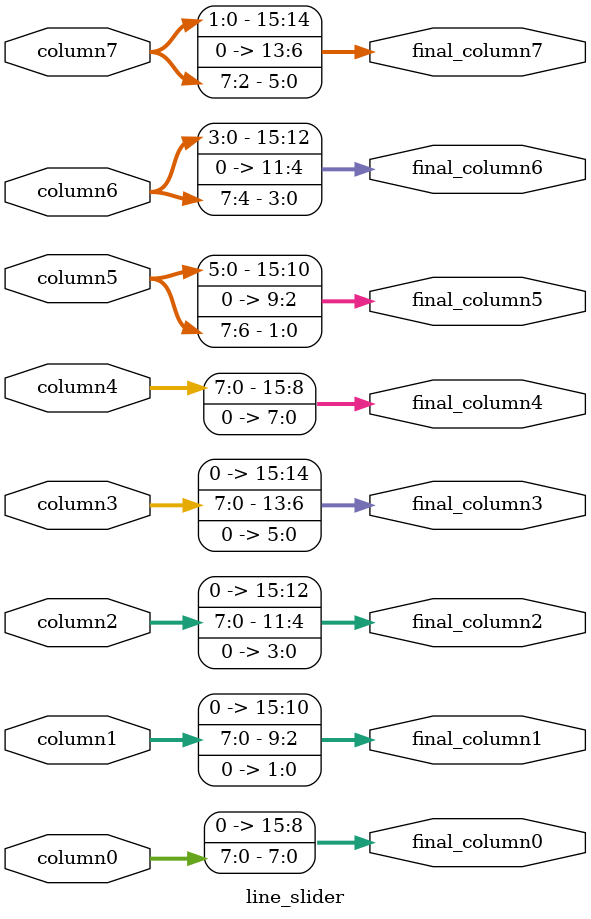
<source format=v>
module line_slider (
    input wire [7:0] column0,
    input wire [7:0] column1,
    input wire [7:0] column2,
    input wire [7:0] column3,
    input wire [7:0] column4,
    input wire [7:0] column5,
    input wire [7:0] column6,
    input wire [7:0] column7,
    output reg [15:0] final_column0,
    output reg [15:0] final_column1,
    output reg [15:0] final_column2,
    output reg [15:0] final_column3,
    output reg [15:0] final_column4,
    output reg [15:0] final_column5,
    output reg [15:0] final_column6,
    output reg [15:0] final_column7
);

initial begin
    final_column0 = {8'b00000000, column0};
    final_column1 = {8'b00000000, column1};
    final_column2 = {8'b00000000, column2};
    final_column3 = {8'b00000000, column3};
    final_column4 = {8'b00000000, column4};
    final_column5 = {8'b00000000, column5};
    final_column6 = {8'b00000000, column6};
    final_column7 = {8'b00000000, column7};

    // Slide bits by number of the columns *2
    final_column0 = {final_column0[15], final_column0[14], final_column0[13], final_column0[12], final_column0[11], final_column0[10], final_column0[9], final_column0[8], final_column0[7], final_column0[6], final_column0[5], final_column0[4], final_column0[3], final_column0[2], final_column0[1], final_column0[0]};
    final_column1 = {final_column1[13], final_column1[12], final_column1[11], final_column1[10], final_column1[9], final_column1[8], final_column1[7], final_column1[6], final_column1[5], final_column1[4], final_column1[3], final_column1[2], final_column1[1], final_column1[0], final_column1[15], final_column1[14]};
    final_column2 = {final_column2[11], final_column2[10], final_column2[9], final_column2[8], final_column2[7], final_column2[6], final_column2[5], final_column2[4], final_column2[3], final_column2[2], final_column2[1], final_column2[0], final_column2[15], final_column2[14], final_column2[13], final_column2[12]};
    final_column3 = {final_column3[9], final_column3[8], final_column3[7], final_column3[6], final_column3[5], final_column3[4], final_column3[3], final_column3[2], final_column3[1], final_column3[0], final_column3[15], final_column3[14], final_column3[13], final_column3[12], final_column3[11], final_column3[10]};
    final_column4 = {final_column4[7], final_column4[6], final_column4[5], final_column4[4], final_column4[3], final_column4[2], final_column4[1], final_column4[0], final_column4[15], final_column4[14], final_column4[13], final_column4[12], final_column4[11], final_column4[10], final_column4[9], final_column4[8]};
    final_column5 = {final_column5[5], final_column5[4], final_column5[3], final_column5[2], final_column5[1], final_column5[0], final_column5[15], final_column5[14], final_column5[13], final_column5[12], final_column5[11], final_column5[10], final_column5[9], final_column5[8], final_column5[7], final_column5[6]};
    final_column6 = {final_column6[3], final_column6[2], final_column6[1], final_column6[0], final_column6[15], final_column6[14], final_column6[13], final_column6[12], final_column6[11], final_column6[10], final_column6[9], final_column6[8], final_column6[7], final_column6[6], final_column6[5], final_column6[4]};
    final_column7 = {final_column7[1], final_column7[0], final_column7[15], final_column7[14], final_column7[13], final_column7[12], final_column7[11], final_column7[10], final_column7[9], final_column7[8], final_column7[7], final_column7[6], final_column7[5], final_column7[4], final_column7[3], final_column7[2]};
end

endmodule

</source>
